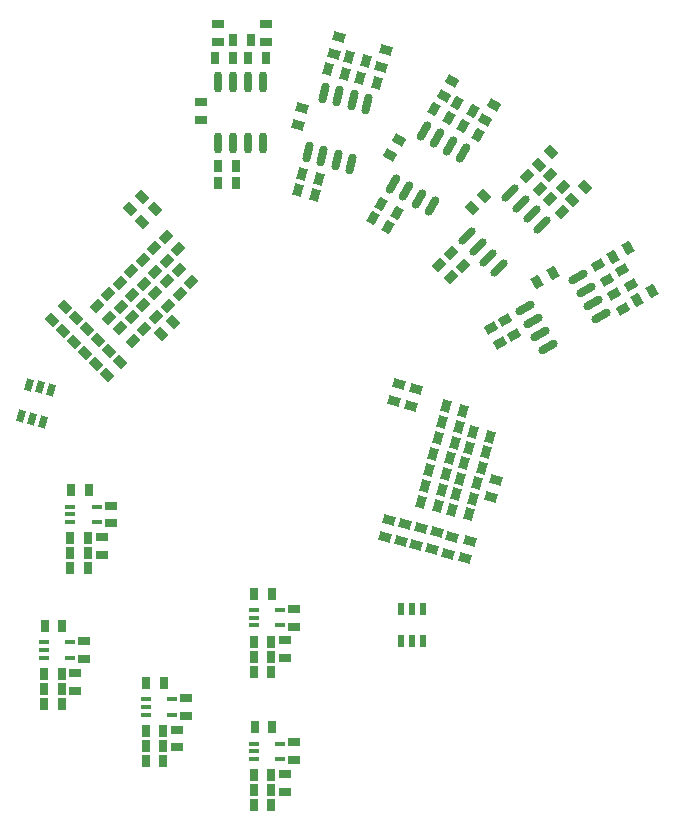
<source format=gbp>
G04*
G04 #@! TF.GenerationSoftware,Altium Limited,Altium Designer,21.1.1 (26)*
G04*
G04 Layer_Color=128*
%FSLAX25Y25*%
%MOIN*%
G70*
G04*
G04 #@! TF.SameCoordinates,985859E8-4EFC-4F0D-9A30-7684DD2826E4*
G04*
G04*
G04 #@! TF.FilePolarity,Positive*
G04*
G01*
G75*
G04:AMPARAMS|DCode=29|XSize=29.53mil|YSize=39.37mil|CornerRadius=0mil|HoleSize=0mil|Usage=FLASHONLY|Rotation=150.000|XOffset=0mil|YOffset=0mil|HoleType=Round|Shape=Rectangle|*
%AMROTATEDRECTD29*
4,1,4,0.02263,0.00967,0.00294,-0.02443,-0.02263,-0.00967,-0.00294,0.02443,0.02263,0.00967,0.0*
%
%ADD29ROTATEDRECTD29*%

G04:AMPARAMS|DCode=31|XSize=29.53mil|YSize=39.37mil|CornerRadius=0mil|HoleSize=0mil|Usage=FLASHONLY|Rotation=60.000|XOffset=0mil|YOffset=0mil|HoleType=Round|Shape=Rectangle|*
%AMROTATEDRECTD31*
4,1,4,0.00967,-0.02263,-0.02443,-0.00294,-0.00967,0.02263,0.02443,0.00294,0.00967,-0.02263,0.0*
%
%ADD31ROTATEDRECTD31*%

G04:AMPARAMS|DCode=37|XSize=29.53mil|YSize=39.37mil|CornerRadius=0mil|HoleSize=0mil|Usage=FLASHONLY|Rotation=255.000|XOffset=0mil|YOffset=0mil|HoleType=Round|Shape=Rectangle|*
%AMROTATEDRECTD37*
4,1,4,-0.01519,0.01936,0.02284,0.00917,0.01519,-0.01936,-0.02284,-0.00917,-0.01519,0.01936,0.0*
%
%ADD37ROTATEDRECTD37*%

%ADD38R,0.03937X0.02953*%
G04:AMPARAMS|DCode=42|XSize=15.75mil|YSize=33.47mil|CornerRadius=1.97mil|HoleSize=0mil|Usage=FLASHONLY|Rotation=270.000|XOffset=0mil|YOffset=0mil|HoleType=Round|Shape=RoundedRectangle|*
%AMROUNDEDRECTD42*
21,1,0.01575,0.02953,0,0,270.0*
21,1,0.01181,0.03347,0,0,270.0*
1,1,0.00394,-0.01476,-0.00591*
1,1,0.00394,-0.01476,0.00591*
1,1,0.00394,0.01476,0.00591*
1,1,0.00394,0.01476,-0.00591*
%
%ADD42ROUNDEDRECTD42*%
G04:AMPARAMS|DCode=45|XSize=29.53mil|YSize=39.37mil|CornerRadius=0mil|HoleSize=0mil|Usage=FLASHONLY|Rotation=225.000|XOffset=0mil|YOffset=0mil|HoleType=Round|Shape=Rectangle|*
%AMROTATEDRECTD45*
4,1,4,-0.00348,0.02436,0.02436,-0.00348,0.00348,-0.02436,-0.02436,0.00348,-0.00348,0.02436,0.0*
%
%ADD45ROTATEDRECTD45*%

G04:AMPARAMS|DCode=46|XSize=23.62mil|YSize=39.37mil|CornerRadius=0mil|HoleSize=0mil|Usage=FLASHONLY|Rotation=345.000|XOffset=0mil|YOffset=0mil|HoleType=Round|Shape=Rectangle|*
%AMROTATEDRECTD46*
4,1,4,-0.01650,-0.01596,-0.00631,0.02207,0.01650,0.01596,0.00631,-0.02207,-0.01650,-0.01596,0.0*
%
%ADD46ROTATEDRECTD46*%

G04:AMPARAMS|DCode=47|XSize=29.53mil|YSize=39.37mil|CornerRadius=0mil|HoleSize=0mil|Usage=FLASHONLY|Rotation=165.000|XOffset=0mil|YOffset=0mil|HoleType=Round|Shape=Rectangle|*
%AMROTATEDRECTD47*
4,1,4,0.01936,0.01519,0.00917,-0.02284,-0.01936,-0.01519,-0.00917,0.02284,0.01936,0.01519,0.0*
%
%ADD47ROTATEDRECTD47*%

G04:AMPARAMS|DCode=56|XSize=27.56mil|YSize=70.87mil|CornerRadius=0mil|HoleSize=0mil|Usage=FLASHONLY|Rotation=345.000|XOffset=0mil|YOffset=0mil|HoleType=Round|Shape=Round|*
%AMOVALD56*
21,1,0.04331,0.02756,0.00000,0.00000,75.0*
1,1,0.02756,-0.00560,-0.02092*
1,1,0.02756,0.00560,0.02092*
%
%ADD56OVALD56*%

G04:AMPARAMS|DCode=57|XSize=27.56mil|YSize=70.87mil|CornerRadius=0mil|HoleSize=0mil|Usage=FLASHONLY|Rotation=330.000|XOffset=0mil|YOffset=0mil|HoleType=Round|Shape=Round|*
%AMOVALD57*
21,1,0.04331,0.02756,0.00000,0.00000,60.0*
1,1,0.02756,-0.01083,-0.01875*
1,1,0.02756,0.01083,0.01875*
%
%ADD57OVALD57*%

G04:AMPARAMS|DCode=58|XSize=29.53mil|YSize=39.37mil|CornerRadius=0mil|HoleSize=0mil|Usage=FLASHONLY|Rotation=315.000|XOffset=0mil|YOffset=0mil|HoleType=Round|Shape=Rectangle|*
%AMROTATEDRECTD58*
4,1,4,-0.02436,-0.00348,0.00348,0.02436,0.02436,0.00348,-0.00348,-0.02436,-0.02436,-0.00348,0.0*
%
%ADD58ROTATEDRECTD58*%

G04:AMPARAMS|DCode=59|XSize=27.56mil|YSize=70.87mil|CornerRadius=0mil|HoleSize=0mil|Usage=FLASHONLY|Rotation=315.000|XOffset=0mil|YOffset=0mil|HoleType=Round|Shape=Round|*
%AMOVALD59*
21,1,0.04331,0.02756,0.00000,0.00000,45.0*
1,1,0.02756,-0.01531,-0.01531*
1,1,0.02756,0.01531,0.01531*
%
%ADD59OVALD59*%

G04:AMPARAMS|DCode=60|XSize=29.53mil|YSize=39.37mil|CornerRadius=0mil|HoleSize=0mil|Usage=FLASHONLY|Rotation=300.000|XOffset=0mil|YOffset=0mil|HoleType=Round|Shape=Rectangle|*
%AMROTATEDRECTD60*
4,1,4,-0.02443,0.00294,0.00967,0.02263,0.02443,-0.00294,-0.00967,-0.02263,-0.02443,0.00294,0.0*
%
%ADD60ROTATEDRECTD60*%

G04:AMPARAMS|DCode=61|XSize=29.53mil|YSize=39.37mil|CornerRadius=0mil|HoleSize=0mil|Usage=FLASHONLY|Rotation=210.000|XOffset=0mil|YOffset=0mil|HoleType=Round|Shape=Rectangle|*
%AMROTATEDRECTD61*
4,1,4,0.00294,0.02443,0.02263,-0.00967,-0.00294,-0.02443,-0.02263,0.00967,0.00294,0.02443,0.0*
%
%ADD61ROTATEDRECTD61*%

G04:AMPARAMS|DCode=62|XSize=27.56mil|YSize=70.87mil|CornerRadius=0mil|HoleSize=0mil|Usage=FLASHONLY|Rotation=300.000|XOffset=0mil|YOffset=0mil|HoleType=Round|Shape=Round|*
%AMOVALD62*
21,1,0.04331,0.02756,0.00000,0.00000,30.0*
1,1,0.02756,-0.01875,-0.01083*
1,1,0.02756,0.01875,0.01083*
%
%ADD62OVALD62*%

%ADD73R,0.02953X0.03937*%
%ADD76R,0.02362X0.03937*%
%ADD89O,0.02756X0.07087*%
D29*
X62294Y98283D02*
D03*
X57180Y101236D02*
D03*
X58943Y93476D02*
D03*
X64057Y90524D02*
D03*
X54557Y96024D02*
D03*
X49443Y98976D02*
D03*
X36964Y64410D02*
D03*
X31850Y67363D02*
D03*
X34214Y59647D02*
D03*
X29100Y62600D02*
D03*
D31*
X66524Y95443D02*
D03*
X69476Y100557D02*
D03*
X52583Y103368D02*
D03*
X55536Y108482D02*
D03*
X34819Y83601D02*
D03*
X37772Y88715D02*
D03*
D37*
X17572Y123137D02*
D03*
X16044Y117433D02*
D03*
X31736Y113148D02*
D03*
X33264Y118852D02*
D03*
X5531Y99446D02*
D03*
X4002Y93742D02*
D03*
X37589Y7383D02*
D03*
X36061Y1679D02*
D03*
X43385Y5830D02*
D03*
X41856Y126D02*
D03*
X68509Y-30218D02*
D03*
X70038Y-24514D02*
D03*
X59791Y-50620D02*
D03*
X61319Y-44915D02*
D03*
X55549Y-43443D02*
D03*
X54021Y-49147D02*
D03*
X50298Y-42036D02*
D03*
X48770Y-47740D02*
D03*
X43519Y-46333D02*
D03*
X45047Y-40629D02*
D03*
X38267Y-44926D02*
D03*
X39796Y-39222D02*
D03*
X34545Y-37815D02*
D03*
X33016Y-43519D02*
D03*
D38*
X-22700Y127453D02*
D03*
X-22700Y121547D02*
D03*
X-6500Y121547D02*
D03*
X-6500Y127453D02*
D03*
X2747Y-67547D02*
D03*
Y-73453D02*
D03*
X-253Y-78047D02*
D03*
Y-83953D02*
D03*
X2775Y-117965D02*
D03*
X2775Y-112059D02*
D03*
X-225Y-128465D02*
D03*
X-225Y-122559D02*
D03*
X-33268Y-97318D02*
D03*
Y-103224D02*
D03*
X-36268Y-107818D02*
D03*
X-36268Y-113724D02*
D03*
X-67202Y-78342D02*
D03*
X-67202Y-84248D02*
D03*
X-70202Y-88842D02*
D03*
Y-94748D02*
D03*
X-58368Y-39024D02*
D03*
X-58368Y-33118D02*
D03*
X-61368Y-49524D02*
D03*
X-61368Y-43618D02*
D03*
X-28200Y95547D02*
D03*
X-28200Y101453D02*
D03*
D42*
X-1824Y-73059D02*
D03*
X-1824Y-67941D02*
D03*
X-10682Y-67941D02*
D03*
X-10682Y-70500D02*
D03*
X-10682Y-73059D02*
D03*
X-1796Y-117571D02*
D03*
Y-112453D02*
D03*
X-10654Y-112453D02*
D03*
X-10654Y-115012D02*
D03*
X-10654Y-117571D02*
D03*
X-46697Y-102830D02*
D03*
Y-100271D02*
D03*
Y-97712D02*
D03*
X-37839D02*
D03*
Y-102830D02*
D03*
X-71773Y-83854D02*
D03*
X-71773Y-78736D02*
D03*
X-80632Y-78736D02*
D03*
X-80632Y-81295D02*
D03*
X-80632Y-83854D02*
D03*
X-62938Y-38630D02*
D03*
X-62938Y-33512D02*
D03*
X-71797Y-33512D02*
D03*
X-71797Y-36071D02*
D03*
X-71797Y-38630D02*
D03*
D45*
X88464Y84664D02*
D03*
X84289Y80489D02*
D03*
X95412Y68912D02*
D03*
X99588Y73088D02*
D03*
X66190Y70169D02*
D03*
X62015Y65993D02*
D03*
X-37536Y28111D02*
D03*
X-41711Y23935D02*
D03*
X-47883Y69838D02*
D03*
X-52059Y65662D02*
D03*
X-43640Y65595D02*
D03*
X-47816Y61419D02*
D03*
X-55343Y14633D02*
D03*
X-59519Y10457D02*
D03*
X-63196Y14134D02*
D03*
X-59020Y18310D02*
D03*
X-66873Y17811D02*
D03*
X-62697Y21987D02*
D03*
X-66374Y25664D02*
D03*
X-70550Y21488D02*
D03*
X-74227Y25165D02*
D03*
X-70051Y29341D02*
D03*
X-73728Y33018D02*
D03*
X-77904Y28842D02*
D03*
D46*
X-81033Y-5157D02*
D03*
X-78231Y5301D02*
D03*
X-81844Y6269D02*
D03*
X-85457Y7237D02*
D03*
X-88259Y-3221D02*
D03*
X-84646Y-4189D02*
D03*
D47*
X21036Y116564D02*
D03*
X26741Y115035D02*
D03*
X24648Y109264D02*
D03*
X30352Y107736D02*
D03*
X19852Y110736D02*
D03*
X14148Y112264D02*
D03*
X11041Y75761D02*
D03*
X5336Y77289D02*
D03*
X3913Y71976D02*
D03*
X9617Y70448D02*
D03*
X68025Y-10222D02*
D03*
X62321Y-8693D02*
D03*
X66643Y-15380D02*
D03*
X60939Y-13851D02*
D03*
X65261Y-20538D02*
D03*
X59557Y-19009D02*
D03*
X63879Y-25696D02*
D03*
X58175Y-24167D02*
D03*
X62497Y-30854D02*
D03*
X56793Y-29325D02*
D03*
X55411Y-34483D02*
D03*
X61115Y-36012D02*
D03*
X53424Y6D02*
D03*
X59128Y-1522D02*
D03*
X52005Y-5291D02*
D03*
X57709Y-6819D02*
D03*
X50586Y-10587D02*
D03*
X56290Y-12115D02*
D03*
X49166Y-15883D02*
D03*
X54871Y-17412D02*
D03*
X47747Y-21180D02*
D03*
X53452Y-22708D02*
D03*
X46328Y-26476D02*
D03*
X52032Y-28005D02*
D03*
X44909Y-31773D02*
D03*
X50613Y-33301D02*
D03*
D56*
X12599Y104575D02*
D03*
X17428Y103281D02*
D03*
X22258Y101987D02*
D03*
X7300Y84800D02*
D03*
X12130Y83506D02*
D03*
X16960Y82212D02*
D03*
X21789Y80918D02*
D03*
X27088Y100693D02*
D03*
D57*
X48681Y66610D02*
D03*
X44351Y69110D02*
D03*
X40021Y71610D02*
D03*
X35691Y74110D02*
D03*
X54587Y86840D02*
D03*
X50257Y89340D02*
D03*
X45927Y91840D02*
D03*
X58917Y84340D02*
D03*
D58*
X88178Y77240D02*
D03*
X92353Y73064D02*
D03*
X87912Y69088D02*
D03*
X92088Y64912D02*
D03*
X84588Y72412D02*
D03*
X80412Y76588D02*
D03*
X51055Y47188D02*
D03*
X55230Y43012D02*
D03*
X59119Y46901D02*
D03*
X54944Y51077D02*
D03*
X-43266Y29606D02*
D03*
X-47442Y33781D02*
D03*
X-39348Y33523D02*
D03*
X-43524Y37699D02*
D03*
X-35431Y37440D02*
D03*
X-39607Y41616D02*
D03*
X-31514Y41358D02*
D03*
X-35690Y45533D02*
D03*
X-40003Y56494D02*
D03*
X-35827Y52318D02*
D03*
X-43833Y52663D02*
D03*
X-39657Y48487D02*
D03*
X-47663Y48833D02*
D03*
X-43487Y44657D02*
D03*
X-51493Y45003D02*
D03*
X-47317Y40827D02*
D03*
X-55324Y41173D02*
D03*
X-51148Y36997D02*
D03*
X-59154Y37343D02*
D03*
X-54978Y33167D02*
D03*
X-47183Y25688D02*
D03*
X-51359Y29864D02*
D03*
X-55276Y25947D02*
D03*
X-51100Y21771D02*
D03*
X-62984Y33512D02*
D03*
X-58808Y29337D02*
D03*
D59*
X71007Y45993D02*
D03*
X67471Y49529D02*
D03*
X63936Y53065D02*
D03*
X60400Y56600D02*
D03*
X81947Y64005D02*
D03*
X78412Y67541D02*
D03*
X74876Y71076D02*
D03*
X85483Y60470D02*
D03*
D60*
X114926Y40433D02*
D03*
X111973Y45547D02*
D03*
X109524Y37557D02*
D03*
X112476Y32443D02*
D03*
X106976Y41943D02*
D03*
X104024Y47057D02*
D03*
X76053Y23763D02*
D03*
X73100Y28877D02*
D03*
X71290Y21013D02*
D03*
X68337Y26127D02*
D03*
D61*
X109057Y49692D02*
D03*
X114172Y52644D02*
D03*
X116943Y35524D02*
D03*
X122057Y38476D02*
D03*
X83791Y41455D02*
D03*
X88905Y44407D02*
D03*
D62*
X87300Y19809D02*
D03*
X84800Y24139D02*
D03*
X82300Y28470D02*
D03*
X79800Y32800D02*
D03*
X102530Y34376D02*
D03*
X100030Y38706D02*
D03*
X97530Y43036D02*
D03*
X105030Y30046D02*
D03*
D73*
X-17653Y122000D02*
D03*
X-11747D02*
D03*
X-22653Y80000D02*
D03*
X-23453Y116000D02*
D03*
X-6547D02*
D03*
X-16747Y74500D02*
D03*
X-22653Y74500D02*
D03*
X-12453Y116000D02*
D03*
X-17547Y116000D02*
D03*
X-16747Y80000D02*
D03*
X-40815Y-118271D02*
D03*
X-46720D02*
D03*
X-46465Y-92271D02*
D03*
X-40559Y-92271D02*
D03*
X-40815Y-108271D02*
D03*
X-46720Y-108271D02*
D03*
X-40815Y-113271D02*
D03*
X-46720D02*
D03*
X-71820Y-49071D02*
D03*
X-65915D02*
D03*
X-74749Y-94295D02*
D03*
X-80655Y-94295D02*
D03*
X-4800Y-83500D02*
D03*
X-10706D02*
D03*
X-10678Y-128012D02*
D03*
X-4772Y-128012D02*
D03*
X-71820Y-44071D02*
D03*
X-65915Y-44071D02*
D03*
X-74750Y-89295D02*
D03*
X-80655Y-89295D02*
D03*
X-4800Y-78500D02*
D03*
X-10706D02*
D03*
X-10678Y-123012D02*
D03*
X-4772Y-123012D02*
D03*
X-65659Y-28071D02*
D03*
X-71565Y-28071D02*
D03*
X-80399Y-73295D02*
D03*
X-74494D02*
D03*
X-10450Y-62500D02*
D03*
X-4544D02*
D03*
X-4516Y-107012D02*
D03*
X-10422Y-107012D02*
D03*
X-71820Y-54071D02*
D03*
X-65915Y-54071D02*
D03*
X-74750Y-99295D02*
D03*
X-80655Y-99295D02*
D03*
X-4800Y-88500D02*
D03*
X-10706D02*
D03*
X-10678Y-133012D02*
D03*
X-4772Y-133012D02*
D03*
D76*
X41976Y-78267D02*
D03*
X38236Y-78267D02*
D03*
X38236Y-67440D02*
D03*
X41976Y-67440D02*
D03*
X45717Y-67440D02*
D03*
X45717Y-78267D02*
D03*
D89*
X-7700Y108236D02*
D03*
X-7700Y87764D02*
D03*
X-12700D02*
D03*
X-17700Y87764D02*
D03*
X-22700Y87764D02*
D03*
X-12700Y108236D02*
D03*
X-17700Y108236D02*
D03*
X-22700Y108236D02*
D03*
M02*

</source>
